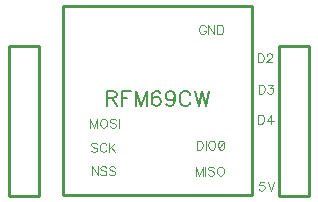
<source format=gbr>
G04 DipTrace 3.0.0.2*
G04 TopSilk.gbr*
%MOIN*%
G04 #@! TF.FileFunction,Legend,Top*
G04 #@! TF.Part,Single*
%ADD10C,0.009843*%
%ADD31C,0.00772*%
%ADD32C,0.004632*%
%FSLAX26Y26*%
G04*
G70*
G90*
G75*
G01*
G04 TopSilk*
%LPD*%
X393963Y396528D2*
D10*
X493963D1*
X393963Y896528D2*
Y396528D1*
X493963Y896528D2*
Y396528D1*
X393963Y896528D2*
X493963D1*
X1293963Y396528D2*
X1393963D1*
X1293963Y896528D2*
Y396528D1*
X1393963Y896528D2*
Y396528D1*
X1293963Y896528D2*
X1393963D1*
X1205022Y398890D2*
X575030D1*
Y1028811D1*
X1205022D1*
Y398890D1*
X688949Y494449D2*
D32*
Y464305D1*
X668853Y494449D1*
Y464305D1*
X718308Y490138D2*
X715456Y493024D1*
X711145Y494449D1*
X705408D1*
X701097Y493024D1*
X698212Y490138D1*
Y487287D1*
X699671Y484401D1*
X701097Y482976D1*
X703949Y481550D1*
X712571Y478664D1*
X715456Y477239D1*
X716882Y475779D1*
X718308Y472928D1*
Y468616D1*
X715456Y465765D1*
X711145Y464305D1*
X705408D1*
X701097Y465765D1*
X698212Y468616D1*
X747668Y490138D2*
X744816Y493024D1*
X740505Y494449D1*
X734768D1*
X730457Y493024D1*
X727572Y490138D1*
Y487287D1*
X729031Y484401D1*
X730457Y482976D1*
X733309Y481550D1*
X741931Y478664D1*
X744816Y477239D1*
X746242Y475779D1*
X747668Y472928D1*
Y468616D1*
X744816Y465765D1*
X740505Y464305D1*
X734768D1*
X730457Y465765D1*
X727572Y468616D1*
X1222452Y870733D2*
Y840589D1*
X1232500D1*
X1236811Y842048D1*
X1239696Y844900D1*
X1241122Y847785D1*
X1242548Y852063D1*
Y859259D1*
X1241122Y863570D1*
X1239696Y866422D1*
X1236811Y869307D1*
X1232500Y870733D1*
X1222452D1*
X1253271Y863537D2*
Y864963D1*
X1254697Y867848D1*
X1256123Y869274D1*
X1259008Y870700D1*
X1264745D1*
X1267597Y869274D1*
X1269023Y867848D1*
X1270482Y864963D1*
Y862111D1*
X1269023Y859226D1*
X1266171Y854948D1*
X1251812Y840589D1*
X1271908D1*
X1225564Y767195D2*
Y737051D1*
X1235612D1*
X1239923Y738510D1*
X1242808Y741362D1*
X1244234Y744247D1*
X1245660Y748525D1*
Y755721D1*
X1244234Y760032D1*
X1242808Y762884D1*
X1239923Y765769D1*
X1235612Y767195D1*
X1225564D1*
X1257809Y767162D2*
X1273560D1*
X1264971Y755688D1*
X1269282D1*
X1272134Y754262D1*
X1273560Y752836D1*
X1275019Y748525D1*
Y745673D1*
X1273560Y741362D1*
X1270708Y738477D1*
X1266397Y737051D1*
X1262086D1*
X1257809Y738477D1*
X1256383Y739936D1*
X1254923Y742788D1*
X1224665Y667022D2*
Y636878D1*
X1234713D1*
X1239024Y638337D1*
X1241909Y641189D1*
X1243335Y644074D1*
X1244761Y648352D1*
Y655548D1*
X1243335Y659859D1*
X1241909Y662711D1*
X1239024Y665596D1*
X1234713Y667022D1*
X1224665D1*
X1268384Y636878D2*
Y666988D1*
X1254025Y646926D1*
X1275546D1*
X1243393Y443653D2*
X1229067D1*
X1227641Y430753D1*
X1229067Y432179D1*
X1233378Y433638D1*
X1237656D1*
X1241967Y432179D1*
X1244852Y429327D1*
X1246278Y425016D1*
Y422164D1*
X1244852Y417853D1*
X1241967Y414968D1*
X1237656Y413542D1*
X1233378D1*
X1229067Y414968D1*
X1227641Y416427D1*
X1226182Y419279D1*
X1255542Y443686D2*
X1267016Y413542D1*
X1278489Y443686D1*
X1049330Y958300D2*
X1047904Y961152D1*
X1045019Y964037D1*
X1042167Y965463D1*
X1036430D1*
X1033545Y964037D1*
X1030693Y961152D1*
X1029234Y958300D1*
X1027808Y953989D1*
Y946793D1*
X1029234Y942515D1*
X1030693Y939630D1*
X1033545Y936778D1*
X1036430Y935319D1*
X1042167D1*
X1045019Y936778D1*
X1047904Y939630D1*
X1049330Y942515D1*
Y946793D1*
X1042167D1*
X1078690Y965463D2*
Y935319D1*
X1058594Y965463D1*
Y935319D1*
X1087953Y965463D2*
Y935319D1*
X1098001D1*
X1102312Y936778D1*
X1105197Y939630D1*
X1106623Y942515D1*
X1108049Y946793D1*
Y953989D1*
X1106623Y958300D1*
X1105197Y961152D1*
X1102312Y964037D1*
X1098001Y965463D1*
X1087953D1*
X1020034Y580276D2*
Y550132D1*
X1030082D1*
X1034393Y551591D1*
X1037278Y554443D1*
X1038704Y557328D1*
X1040130Y561606D1*
Y568802D1*
X1038704Y573113D1*
X1037278Y575965D1*
X1034393Y578850D1*
X1030082Y580276D1*
X1020034D1*
X1049393D2*
Y550132D1*
X1067279Y580276D2*
X1064394Y578850D1*
X1061542Y575965D1*
X1060083Y573113D1*
X1058657Y568802D1*
Y561606D1*
X1060083Y557328D1*
X1061542Y554443D1*
X1064394Y551591D1*
X1067279Y550132D1*
X1073016D1*
X1075868Y551591D1*
X1078753Y554443D1*
X1080179Y557328D1*
X1081605Y561606D1*
Y568802D1*
X1080179Y573113D1*
X1078753Y575965D1*
X1075868Y578850D1*
X1073016Y580276D1*
X1067279D1*
X1099490Y580243D2*
X1095179Y578817D1*
X1092294Y574506D1*
X1090868Y567343D1*
Y563032D1*
X1092294Y555869D1*
X1095179Y551558D1*
X1099490Y550132D1*
X1102342D1*
X1106653Y551558D1*
X1109505Y555869D1*
X1110964Y563032D1*
Y567343D1*
X1109505Y574506D1*
X1106653Y578817D1*
X1102342Y580243D1*
X1099490D1*
X1109505Y574506D2*
X1092294Y555869D1*
X1039438Y463518D2*
Y493662D1*
X1027964Y463518D1*
X1016490Y493662D1*
Y463518D1*
X1048702Y493662D2*
Y463518D1*
X1078061Y489351D2*
X1075210Y492236D1*
X1070899Y493662D1*
X1065162D1*
X1060851Y492236D1*
X1057965Y489351D1*
Y486499D1*
X1059425Y483614D1*
X1060851Y482188D1*
X1063702Y480762D1*
X1072324Y477877D1*
X1075210Y476451D1*
X1076635Y474992D1*
X1078061Y472140D1*
Y467829D1*
X1075210Y464977D1*
X1070899Y463518D1*
X1065162D1*
X1060851Y464977D1*
X1057965Y467829D1*
X1095947Y493662D2*
X1093062Y492236D1*
X1090210Y489351D1*
X1088751Y486499D1*
X1087325Y482188D1*
Y474992D1*
X1088751Y470714D1*
X1090210Y467829D1*
X1093062Y464977D1*
X1095947Y463518D1*
X1101684D1*
X1104536Y464977D1*
X1107421Y467829D1*
X1108847Y470714D1*
X1110273Y474992D1*
Y482188D1*
X1108847Y486499D1*
X1107421Y489351D1*
X1104536Y492236D1*
X1101684Y493662D1*
X1095947D1*
X687768Y568485D2*
X684916Y571370D1*
X680605Y572796D1*
X674868D1*
X670557Y571370D1*
X667672Y568485D1*
Y565633D1*
X669131Y562748D1*
X670557Y561322D1*
X673409Y559896D1*
X682031Y557011D1*
X684916Y555585D1*
X686342Y554126D1*
X687768Y551274D1*
Y546963D1*
X684916Y544111D1*
X680605Y542652D1*
X674868D1*
X670557Y544111D1*
X667672Y546963D1*
X718553Y565633D2*
X717127Y568485D1*
X714242Y571370D1*
X711390Y572796D1*
X705653D1*
X702768Y571370D1*
X699916Y568485D1*
X698457Y565633D1*
X697031Y561322D1*
Y554126D1*
X698457Y549848D1*
X699916Y546963D1*
X702768Y544111D1*
X705653Y542652D1*
X711390D1*
X714242Y544111D1*
X717127Y546963D1*
X718553Y549848D1*
X727817Y572796D2*
Y542652D1*
X747913Y572796D2*
X727817Y552700D1*
X734980Y559896D2*
X747913Y542652D1*
X688257Y622967D2*
Y653111D1*
X676783Y622967D1*
X665309Y653111D1*
Y622967D1*
X706143Y653111D2*
X703258Y651685D1*
X700406Y648800D1*
X698947Y645948D1*
X697521Y641637D1*
Y634441D1*
X698947Y630163D1*
X700406Y627278D1*
X703258Y624426D1*
X706143Y622967D1*
X711880D1*
X714732Y624426D1*
X717617Y627278D1*
X719043Y630163D1*
X720469Y634441D1*
Y641637D1*
X719043Y645948D1*
X717617Y648800D1*
X714732Y651685D1*
X711880Y653111D1*
X706143D1*
X749828Y648800D2*
X746976Y651685D1*
X742665Y653111D1*
X736928D1*
X732617Y651685D1*
X729732Y648800D1*
Y645948D1*
X731191Y643063D1*
X732617Y641637D1*
X735469Y640211D1*
X744091Y637326D1*
X746976Y635900D1*
X748402Y634441D1*
X749828Y631589D1*
Y627278D1*
X746976Y624426D1*
X742665Y622967D1*
X736928D1*
X732617Y624426D1*
X729732Y627278D1*
X759092Y653111D2*
Y622967D1*
X719969Y721842D2*
D31*
X741469D1*
X748654Y724274D1*
X751085Y726650D1*
X753462Y731404D1*
Y736212D1*
X751085Y740965D1*
X748654Y743397D1*
X741469Y745774D1*
X719969D1*
Y695534D1*
X736715Y721842D2*
X753462Y695534D1*
X800018Y745774D2*
X768901D1*
Y695534D1*
Y721842D2*
X788025D1*
X853704Y695534D2*
Y745774D1*
X834581Y695534D1*
X815457Y745774D1*
Y695534D1*
X897828Y738589D2*
X895451Y743342D1*
X888266Y745718D1*
X883513D1*
X876328Y743342D1*
X871520Y736157D1*
X869143Y724218D1*
Y712280D1*
X871520Y702719D1*
X876328Y697910D1*
X883513Y695534D1*
X885890D1*
X893020Y697910D1*
X897828Y702719D1*
X900205Y709904D1*
Y712280D1*
X897828Y719465D1*
X893020Y724218D1*
X885890Y726595D1*
X883513D1*
X876328Y724218D1*
X871520Y719465D1*
X869143Y712280D1*
X946761Y729027D2*
X944329Y721842D1*
X939576Y717033D1*
X932390Y714657D1*
X930014D1*
X922829Y717033D1*
X918076Y721842D1*
X915644Y729027D1*
Y731404D1*
X918076Y738589D1*
X922829Y743342D1*
X930014Y745718D1*
X932390D1*
X939576Y743342D1*
X944329Y738589D1*
X946761Y729027D1*
Y717033D1*
X944329Y705095D1*
X939576Y697910D1*
X932390Y695534D1*
X927637D1*
X920452Y697910D1*
X918076Y702719D1*
X998070Y733835D2*
X995693Y738589D1*
X990885Y743397D1*
X986132Y745774D1*
X976570D1*
X971761Y743397D1*
X967008Y738589D1*
X964576Y733835D1*
X962200Y726650D1*
Y714657D1*
X964576Y707527D1*
X967008Y702719D1*
X971761Y697965D1*
X976570Y695534D1*
X986132D1*
X990885Y697965D1*
X995693Y702719D1*
X998070Y707527D1*
X1013509Y745774D2*
X1025502Y695534D1*
X1037441Y745774D1*
X1049379Y695534D1*
X1061372Y745774D1*
M02*

</source>
